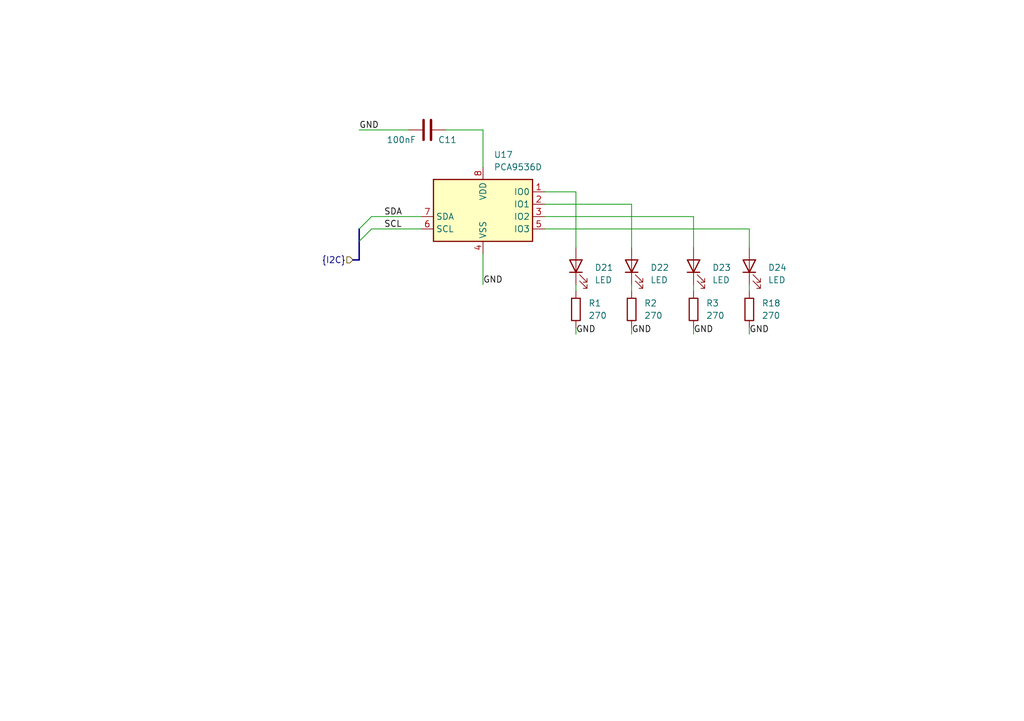
<source format=kicad_sch>
(kicad_sch (version 20231120) (generator "eeschema") (generator_version "8.0")
  (paper "A5")
  (title_block (title "Anemometer") (date "2024-04-17") (rev "1.0"))
  (lib_symbols
    (symbol "Device:C" (pin_numbers hide) (pin_names (offset 0.254))
      (property "Reference" "C" (at 0.635 2.54 0))
      (property "Value" "C" (at 0.635 -2.54 0))
      (symbol "C_0_1"
        (polyline (pts (xy -2.032 -0.762) (xy 2.032 -0.762)) (stroke (width 0.508)))
        (polyline (pts (xy -2.032 0.762) (xy 2.032 0.762)) (stroke (width 0.508)))
      )
      (symbol "C_1_1"
        (pin passive line (at 0 3.81 270) (length 2.794) (name "~") (number "1"))
        (pin passive line (at 0 -3.81 90) (length 2.794) (name "~") (number "2"))
      )
    )
    (symbol "Device:LED" (pin_numbers hide) (pin_names (offset 1.016) hide)
      (property "Reference" "D" (at 0 2.54 0))
      (property "Value" "LED" (at 0 -2.54 0))
      (symbol "LED_0_1"
        (polyline (pts (xy -1.27 -1.27) (xy -1.27 1.27)) (stroke (width 0.254)))
        (polyline (pts (xy -1.27 0) (xy 1.27 0)))
        (polyline (pts (xy 1.27 -1.27) (xy 1.27 1.27) (xy -1.27 0) (xy 1.27 -1.27)) (stroke (width 0.254)))
        (polyline (pts (xy -3.048 -0.762) (xy -4.572 -2.286) (xy -3.81 -2.286) (xy -4.572 -2.286) (xy -4.572 -1.524)))
        (polyline (pts (xy -1.778 -0.762) (xy -3.302 -2.286) (xy -2.54 -2.286) (xy -3.302 -2.286) (xy -3.302 -1.524)))
      )
      (symbol "LED_1_1"
        (pin passive line (at -3.81 0 0) (length 2.54) (name "K") (number "1"))
        (pin passive line (at 3.81 0 180) (length 2.54) (name "A") (number "2"))
      )
    )
    (symbol "Interface_Expansion:PCA9536D"
      (property "Reference" "U" (at -8.89 6.35 0))
      (property "Value" "PCA9536D" (at 6.35 6.35 0))
      (symbol "PCA9536D_0_1"
        (rectangle (start -10.16 5.08) (end 10.16 -7.62) (stroke (width 0.254)) (fill (type background)))
      )
      (symbol "PCA9536D_1_1"
        (pin bidirectional line (at 12.7 2.54 180) (length 2.54) (name "IO0") (number "1"))
        (pin bidirectional line (at 12.7 0 180) (length 2.54) (name "IO1") (number "2"))
        (pin bidirectional line (at 12.7 -2.54 180) (length 2.54) (name "IO2") (number "3"))
        (pin power_in line (at 0 -10.16 90) (length 2.54) (name "VSS") (number "4"))
        (pin bidirectional line (at 12.7 -5.08 180) (length 2.54) (name "IO3") (number "5"))
        (pin input line (at -12.7 -5.08 0) (length 2.54) (name "SCL") (number "6"))
        (pin bidirectional line (at -12.7 -2.54 0) (length 2.54) (name "SDA") (number "7"))
        (pin power_in line (at 0 7.62 270) (length 2.54) (name "VDD") (number "8"))
      )
    )
    (symbol "PCM_SL_Devices:Resistor_0.5W"
      (property "Reference" "R" (at 0 5.08 0))
      (property "Value" "Resistor_0.5W" (at 0 2.54 0))
      (symbol "Resistor_0.5W_0_1"
        (rectangle (start -2.286 0.889) (end 2.286 -0.889) (stroke (width 0.24)))
      )
      (symbol "Resistor_0.5W_1_1"
        (pin passive line (at -3.81 0 0) (length 1.5) (name "") (number "1"))
        (pin passive line (at 3.81 0 180) (length 1.5) (name "~") (number "2"))
      )
    )
  )
  (bus_entry (at 76.2 46.99) (size -2.54 2.54))
  (bus_entry (at 76.2 44.45) (size -2.54 2.54))
  (wire (pts (xy 111.76 46.99) (xy 153.67 46.99)))
  (wire (pts (xy 111.76 44.45) (xy 142.24 44.45)))
  (wire (pts (xy 99.06 52.07) (xy 99.06 58.42)))
  (wire (pts (xy 118.11 67.31) (xy 118.11 68.58)))
  (wire (pts (xy 129.54 41.91) (xy 129.54 50.8)))
  (wire (pts (xy 111.76 39.37) (xy 118.11 39.37)))
  (bus (pts (xy 72.39 53.34) (xy 73.66 53.34)))
  (wire (pts (xy 129.54 67.31) (xy 129.54 68.58)))
  (wire (pts (xy 142.24 67.31) (xy 142.24 68.58)))
  (wire (pts (xy 99.06 26.67) (xy 91.44 26.67)))
  (wire (pts (xy 153.67 67.31) (xy 153.67 68.58)))
  (wire (pts (xy 142.24 44.45) (xy 142.24 50.8)))
  (wire (pts (xy 111.76 41.91) (xy 129.54 41.91)))
  (wire (pts (xy 142.24 58.42) (xy 142.24 59.69)))
  (wire (pts (xy 129.54 58.42) (xy 129.54 59.69)))
  (wire (pts (xy 118.11 39.37) (xy 118.11 50.8)))
  (bus (pts (xy 73.66 53.34) (xy 73.66 49.53)))
  (wire (pts (xy 118.11 58.42) (xy 118.11 59.69)))
  (wire (pts (xy 153.67 46.99) (xy 153.67 50.8)))
  (wire (pts (xy 76.2 46.99) (xy 86.36 46.99)))
  (bus (pts (xy 73.66 49.53) (xy 73.66 46.99)))
  (wire (pts (xy 99.06 34.29) (xy 99.06 26.67)))
  (wire (pts (xy 73.66 26.67) (xy 83.82 26.67)))
  (wire (pts (xy 76.2 44.45) (xy 86.36 44.45)))
  (wire (pts (xy 153.67 58.42) (xy 153.67 59.69)))
  (label "GND" (at 118.11 68.58 0))
  (label "GND" (at 153.67 68.58 0))
  (label "GND" (at 129.54 68.58 0))
  (label "SDA" (at 78.74 44.45 0))
  (label "GND" (at 142.24 68.58 0))
  (label "GND" (at 73.66 26.67 0))
  (label "GND" (at 99.06 58.42 0))
  (label "SCL" (at 78.74 46.99 0))
  (hierarchical_label "{I2C}" (shape input) (at 72.39 53.34 180))
  (symbol (lib_id "PCM_SL_Devices:Resistor_0.5W") (at 142.24 63.5 270) (unit 1)
    (property "Reference" "R3" (at 144.78 62.23 90) (effects (justify left)))
    (property "Value" "270" (at 144.78 64.77 90) (effects (justify left)))
    (property "Footprint" "Resistor_SMD:R_0603_1608Metric" (effects (hide yes)))
  )
  (symbol (lib_id "PCM_SL_Devices:Resistor_0.5W") (at 129.54 63.5 270) (unit 1)
    (property "Reference" "R2" (at 132.08 62.23 90) (effects (justify left)))
    (property "Value" "270" (at 132.08 64.77 90) (effects (justify left)))
    (property "Footprint" "Resistor_SMD:R_0603_1608Metric" (effects (hide yes)))
  )
  (symbol (lib_id "Interface_Expansion:PCA9536D") (at 99.06 41.91 0) (unit 1)
    (property "Reference" "U17" (at 101.2541 31.75 0) (effects (justify left)))
    (property "Value" "PCA9536D" (at 101.2541 34.29 0) (effects (justify left)))
    (property "Footprint" "Package_SO:SOIC-8_3.9x4.9mm_P1.27mm" (effects (hide yes)))
    (property "Datasheet" "http://www.nxp.com/docs/en/data-sheet/PCA9536.pdf" (effects (hide yes)))
    (property "Description" "4-bit I2C-bus and SMBus IO port, SOIC-8" (effects (hide yes)))
  )
  (symbol (lib_id "PCM_SL_Devices:Resistor_0.5W") (at 118.11 63.5 270) (unit 1)
    (property "Reference" "R1" (at 120.65 62.23 90) (effects (justify left)))
    (property "Value" "270" (at 120.65 64.77 90) (effects (justify left)))
    (property "Footprint" "Resistor_SMD:R_0603_1608Metric" (effects (hide yes)))
  )
  (symbol (lib_id "PCM_SL_Devices:Resistor_0.5W") (at 153.67 63.5 270) (unit 1)
    (property "Reference" "R18" (at 156.21 62.23 90) (effects (justify left)))
    (property "Value" "270" (at 156.21 64.77 90) (effects (justify left)))
    (property "Footprint" "Resistor_SMD:R_0603_1608Metric" (effects (hide yes)))
  )
  (symbol (lib_id "Device:LED") (at 118.11 54.61 90) (unit 1)
    (property "Reference" "D21" (at 121.92 54.9274 90) (effects (justify right)))
    (property "Value" "LED" (at 121.92 57.4674 90) (effects (justify right)))
    (property "Footprint" "LED_SMD:LED_0603_1608Metric" (effects (hide yes)))
  )
  (symbol (lib_id "Device:LED") (at 129.54 54.61 90) (unit 1)
    (property "Reference" "D22" (at 133.35 54.9274 90) (effects (justify right)))
    (property "Value" "LED" (at 133.35 57.4674 90) (effects (justify right)))
    (property "Footprint" "LED_SMD:LED_0603_1608Metric" (effects (hide yes)))
  )
  (symbol (lib_id "Device:C") (at 87.63 26.67 90) (unit 1)
    (property "Reference" "C11" (at 93.726 28.702 90) (effects (justify left)))
    (property "Value" "100nF" (at 85.344 28.702 90) (effects (justify left)))
    (property "Footprint" "Capacitor_SMD:C_0603_1608Metric" (effects (hide yes)))
  )
  (symbol (lib_id "Device:LED") (at 153.67 54.61 90) (unit 1)
    (property "Reference" "D24" (at 157.48 54.9274 90) (effects (justify right)))
    (property "Value" "LED" (at 157.48 57.4674 90) (effects (justify right)))
    (property "Footprint" "LED_SMD:LED_0603_1608Metric" (effects (hide yes)))
  )
  (symbol (lib_id "Device:LED") (at 142.24 54.61 90) (unit 1)
    (property "Reference" "D23" (at 146.05 54.9274 90) (effects (justify right)))
    (property "Value" "LED" (at 146.05 57.4674 90) (effects (justify right)))
    (property "Footprint" "LED_SMD:LED_0603_1608Metric" (effects (hide yes)))
  )
)
</source>
